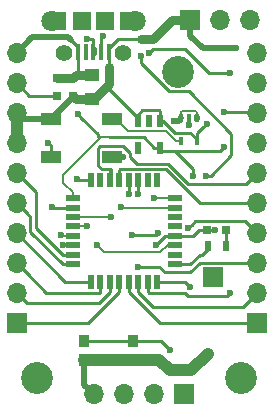
<source format=gbr>
G04 #@! TF.FileFunction,Copper,L1,Top,Signal*
%FSLAX46Y46*%
G04 Gerber Fmt 4.6, Leading zero omitted, Abs format (unit mm)*
G04 Created by KiCad (PCBNEW 4.0.7-e2-6376~61~ubuntu18.04.1) date Sun Jul  8 15:07:32 2018*
%MOMM*%
%LPD*%
G01*
G04 APERTURE LIST*
%ADD10C,0.100000*%
%ADD11R,1.651000X0.998220*%
%ADD12R,0.800000X0.800000*%
%ADD13R,0.450000X1.350000*%
%ADD14C,1.408000*%
%ADD15C,1.800000*%
%ADD16R,1.500000X1.550000*%
%ADD17R,0.558800X1.270000*%
%ADD18R,1.270000X0.558800*%
%ADD19R,0.600000X1.140000*%
%ADD20C,2.700000*%
%ADD21R,0.750000X0.800000*%
%ADD22R,1.250000X1.000000*%
%ADD23R,1.700000X1.700000*%
%ADD24O,1.700000X1.700000*%
%ADD25R,0.500000X0.900000*%
%ADD26R,0.400000X0.650000*%
%ADD27R,0.899160X0.998220*%
%ADD28C,0.600000*%
%ADD29C,1.000000*%
%ADD30C,0.250000*%
%ADD31C,0.200000*%
%ADD32C,0.750000*%
%ADD33C,1.000000*%
%ADD34C,0.500000*%
G04 APERTURE END LIST*
D10*
D11*
X110424440Y-137600000D03*
X110424440Y-140795320D03*
X115575560Y-140795320D03*
X115575560Y-137600000D03*
D12*
X125200000Y-147000000D03*
X123600000Y-147000000D03*
D13*
X115300000Y-131975000D03*
X114650000Y-131975000D03*
X114000000Y-131975000D03*
X113350000Y-131975000D03*
X112700000Y-131975000D03*
D14*
X116500000Y-132000000D03*
X111500000Y-132000000D03*
D15*
X117500000Y-129300000D03*
X110500000Y-129300000D03*
D16*
X115000000Y-129300000D03*
X113000000Y-129300000D03*
X117050000Y-129300000D03*
X110950000Y-129300000D03*
D17*
X119400300Y-142808620D03*
X118600200Y-142808620D03*
X117800100Y-142808620D03*
X117000000Y-142808620D03*
X116202440Y-142808620D03*
X115402340Y-142808620D03*
X114602240Y-142808620D03*
X113802140Y-142808620D03*
D18*
X112308620Y-144302140D03*
X112308620Y-145102240D03*
X112308620Y-145902340D03*
X112308620Y-146702440D03*
X112308620Y-147500000D03*
X112308620Y-148300100D03*
X112308620Y-149100200D03*
X112308620Y-149900300D03*
D17*
X113802140Y-151393820D03*
X114602240Y-151393820D03*
X115402340Y-151393820D03*
X116202440Y-151393820D03*
X117000000Y-151393820D03*
X117800100Y-151393820D03*
X118600200Y-151393820D03*
X119400300Y-151393820D03*
D18*
X120893820Y-149900300D03*
X120893820Y-149100200D03*
X120893820Y-148300100D03*
X120893820Y-147500000D03*
X120893820Y-146702440D03*
X120893820Y-145902340D03*
X120893820Y-145102240D03*
X120893820Y-144302140D03*
D19*
X119650000Y-137760000D03*
X118700000Y-137760000D03*
X117750000Y-137760000D03*
X117750000Y-140040000D03*
X119650000Y-140040000D03*
D20*
X109200000Y-159500000D03*
X126500000Y-159500000D03*
X121200000Y-133600000D03*
D21*
X110900000Y-134150000D03*
X110900000Y-135650000D03*
X112300000Y-134150000D03*
X112300000Y-135650000D03*
D22*
X113900000Y-135900000D03*
X113900000Y-133900000D03*
D23*
X107500000Y-154900000D03*
D24*
X107500000Y-152360000D03*
X107500000Y-149820000D03*
X107500000Y-147280000D03*
X107500000Y-144740000D03*
X107500000Y-142200000D03*
X107500000Y-139660000D03*
X107500000Y-137120000D03*
X107500000Y-134580000D03*
X107500000Y-132040000D03*
D23*
X127820000Y-154900000D03*
D24*
X127820000Y-152360000D03*
X127820000Y-149820000D03*
X127820000Y-147280000D03*
X127820000Y-144740000D03*
X127820000Y-142200000D03*
X127820000Y-139660000D03*
X127820000Y-137120000D03*
X127820000Y-134580000D03*
X127820000Y-132040000D03*
D23*
X122220000Y-129200000D03*
D24*
X124760000Y-129200000D03*
X127300000Y-129200000D03*
D23*
X121680000Y-160900000D03*
D24*
X119140000Y-160900000D03*
X116600000Y-160900000D03*
X114060000Y-160900000D03*
D23*
X124100000Y-151000000D03*
D25*
X125200000Y-148400000D03*
X123700000Y-148400000D03*
D26*
X122750000Y-137550000D03*
X121450000Y-137550000D03*
X122100000Y-137550000D03*
X121450000Y-139450000D03*
X122750000Y-139450000D03*
D27*
X113250220Y-157997560D03*
X117349780Y-157997560D03*
X117349780Y-156402440D03*
X113250220Y-156402440D03*
D28*
X125047835Y-140000000D03*
X125059481Y-136976997D03*
X112698198Y-137219318D03*
X122442903Y-142473629D03*
X110900000Y-135650000D03*
X120893820Y-145902340D03*
X116500000Y-140800000D03*
X120824274Y-137765965D03*
X124273021Y-147000000D03*
X120500000Y-158900000D03*
X123700000Y-157500000D03*
X110500000Y-145100000D03*
X122799002Y-137550000D03*
X118700000Y-137760000D03*
X119300000Y-148300000D03*
D29*
X113900000Y-133900000D03*
D28*
X123583645Y-138001126D03*
X126100000Y-131600000D03*
X110200000Y-139600000D03*
X118732268Y-131980308D03*
X125600000Y-152300000D03*
X114800000Y-130600000D03*
X125600000Y-133700000D03*
X113500000Y-130800000D03*
X118000000Y-132300000D03*
X123500000Y-142400000D03*
X122200000Y-151800000D03*
X119100000Y-144300000D03*
X116375990Y-145100000D03*
X122085633Y-138144839D03*
X112600000Y-142700000D03*
X115500000Y-145900000D03*
X113500000Y-146700000D03*
X111291520Y-147457063D03*
X111446754Y-148240850D03*
X114300000Y-148300000D03*
X117800000Y-150100000D03*
X117800000Y-144000000D03*
X122027832Y-146875990D03*
X119470028Y-147247488D03*
X117300000Y-147400000D03*
X117000000Y-144000000D03*
X120893820Y-149100200D03*
X120500000Y-157200000D03*
D30*
X115337069Y-139170999D02*
X115362069Y-139145999D01*
X115362069Y-139145999D02*
X118255999Y-139145999D01*
X118255999Y-139145999D02*
X119150000Y-140040000D01*
X125483745Y-136976997D02*
X125059481Y-136976997D01*
X119650000Y-140310000D02*
X124737835Y-140310000D01*
X124747836Y-140299999D02*
X125047835Y-140000000D01*
X124737835Y-140310000D02*
X124747836Y-140299999D01*
X127676997Y-136976997D02*
X125483745Y-136976997D01*
X127800000Y-137100000D02*
X127676997Y-136976997D01*
X112998197Y-137519317D02*
X112698198Y-137219318D01*
X114395999Y-138917119D02*
X112998197Y-137519317D01*
X114395999Y-139170999D02*
X114395999Y-138917119D01*
D31*
X112308620Y-143822740D02*
X112308620Y-144302140D01*
X111473620Y-142987740D02*
X112308620Y-143822740D01*
X111473620Y-142389806D02*
X111473620Y-142987740D01*
X114692427Y-139170999D02*
X111473620Y-142389806D01*
X115337069Y-139170999D02*
X114692427Y-139170999D01*
D30*
X119650000Y-140040000D02*
X119650000Y-140310000D01*
X122442903Y-141860419D02*
X122442903Y-142473629D01*
X119650000Y-140310000D02*
X120892484Y-140310000D01*
X120892484Y-140310000D02*
X122442903Y-141860419D01*
X110900000Y-135650000D02*
X108570000Y-135650000D01*
X108570000Y-135650000D02*
X107500000Y-134580000D01*
X110900000Y-135675000D02*
X110900000Y-135650000D01*
D31*
X115337069Y-139170999D02*
X114395999Y-139170999D01*
D30*
X119650000Y-140040000D02*
X119150000Y-140040000D01*
D31*
X127800000Y-137100000D02*
X127820000Y-137120000D01*
D32*
X107780000Y-134860000D02*
X107500000Y-134580000D01*
D30*
X115575560Y-140795320D02*
X116495320Y-140795320D01*
X116495320Y-140795320D02*
X116500000Y-140800000D01*
D33*
X113250220Y-157997560D02*
X113949800Y-157997560D01*
X113949800Y-157997560D02*
X117349780Y-157997560D01*
D30*
X123600000Y-147000000D02*
X122950000Y-147000000D01*
X122950000Y-147000000D02*
X122450000Y-147500000D01*
X122450000Y-147500000D02*
X121778820Y-147500000D01*
X121778820Y-147500000D02*
X120893820Y-147500000D01*
D34*
X121450000Y-137550000D02*
X121450000Y-137564503D01*
X121450000Y-137564503D02*
X121248538Y-137765965D01*
X121248538Y-137765965D02*
X120824274Y-137765965D01*
D30*
X123600000Y-147000000D02*
X124273021Y-147000000D01*
D31*
X122750000Y-137025000D02*
X122750000Y-137550000D01*
X122650999Y-136925999D02*
X122750000Y-137025000D01*
X121549001Y-136925999D02*
X122650999Y-136925999D01*
X121450000Y-137025000D02*
X121549001Y-136925999D01*
X121450000Y-137550000D02*
X121450000Y-137025000D01*
D34*
X113250220Y-157997560D02*
X113250220Y-160090220D01*
X113250220Y-160090220D02*
X114060000Y-160900000D01*
D33*
X120500000Y-158900000D02*
X122300000Y-158900000D01*
X119597560Y-157997560D02*
X120500000Y-158900000D01*
X117349780Y-157997560D02*
X119597560Y-157997560D01*
X122300000Y-158900000D02*
X123700000Y-157500000D01*
D30*
X112308620Y-145102240D02*
X110502240Y-145102240D01*
X110502240Y-145102240D02*
X110500000Y-145100000D01*
D34*
X122750000Y-137550000D02*
X122799002Y-137550000D01*
X108840000Y-130700000D02*
X111875000Y-130700000D01*
X111875000Y-130700000D02*
X112075000Y-130900000D01*
X107500000Y-132040000D02*
X108840000Y-130700000D01*
D30*
X112700000Y-131975000D02*
X112700000Y-131525000D01*
X112700000Y-131525000D02*
X112075000Y-130900000D01*
X120893820Y-147500000D02*
X120100000Y-147500000D01*
X120100000Y-147500000D02*
X119300000Y-148300000D01*
D32*
X112300000Y-134150000D02*
X110900000Y-134150000D01*
X113900000Y-133900000D02*
X112550000Y-133900000D01*
X112550000Y-133900000D02*
X112300000Y-134150000D01*
D30*
X112700000Y-131975000D02*
X112700000Y-133750000D01*
X112700000Y-133750000D02*
X112300000Y-134150000D01*
X107710000Y-132250000D02*
X107500000Y-132040000D01*
D33*
X107500000Y-137120000D02*
X107500000Y-139660000D01*
D30*
X119894785Y-137760000D02*
X119650000Y-137760000D01*
X122750000Y-139450000D02*
X122750000Y-138834771D01*
X123283646Y-138301125D02*
X123583645Y-138001126D01*
X122193840Y-138768840D02*
X120903625Y-138768840D01*
X122750000Y-138834771D02*
X123283646Y-138301125D01*
X120903625Y-138768840D02*
X119894785Y-137760000D01*
X122750000Y-139450000D02*
X122750000Y-139325000D01*
X122750000Y-139325000D02*
X122193840Y-138768840D01*
X115300000Y-131975000D02*
X115300000Y-131623522D01*
X116123522Y-130800000D02*
X118000000Y-130800000D01*
X115300000Y-131623522D02*
X116123522Y-130800000D01*
D34*
X122220000Y-129200000D02*
X122220000Y-130550000D01*
X122220000Y-130550000D02*
X123270000Y-131600000D01*
X123270000Y-131600000D02*
X126100000Y-131600000D01*
X110424440Y-137600000D02*
X107980000Y-137600000D01*
X107980000Y-137600000D02*
X107500000Y-137120000D01*
X112300000Y-135650000D02*
X112300000Y-135724440D01*
X112300000Y-135724440D02*
X110424440Y-137600000D01*
D30*
X117750000Y-137760000D02*
X117750000Y-137256798D01*
X117750000Y-137256798D02*
X118140799Y-136865999D01*
X118140799Y-136865999D02*
X119575999Y-136865999D01*
X119575999Y-136865999D02*
X119650000Y-136940000D01*
X119650000Y-136940000D02*
X119650000Y-137760000D01*
X115300000Y-134625000D02*
X115300000Y-135040000D01*
X115300000Y-135040000D02*
X117750000Y-137490000D01*
X117750000Y-137490000D02*
X117750000Y-137760000D01*
D32*
X122220000Y-129200000D02*
X120620000Y-129200000D01*
D30*
X118000000Y-130800000D02*
X118400000Y-130800000D01*
D32*
X120620000Y-129200000D02*
X119020000Y-130800000D01*
X119020000Y-130800000D02*
X118000000Y-130800000D01*
X113900000Y-135900000D02*
X112550000Y-135900000D01*
X112550000Y-135900000D02*
X112300000Y-135650000D01*
X115300000Y-133200000D02*
X115300000Y-134625000D01*
X115300000Y-134625000D02*
X114025000Y-135900000D01*
X114025000Y-135900000D02*
X113900000Y-135900000D01*
D30*
X115300000Y-131975000D02*
X115300000Y-133200000D01*
X110424440Y-140795320D02*
X110424440Y-139824440D01*
X110424440Y-139824440D02*
X110200000Y-139600000D01*
D31*
X120985143Y-139450000D02*
X120164144Y-138629001D01*
X121450000Y-139450000D02*
X120985143Y-139450000D01*
X120164144Y-138629001D02*
X116930951Y-138629001D01*
X115901950Y-137600000D02*
X115575560Y-137600000D01*
X116930951Y-138629001D02*
X115901950Y-137600000D01*
D30*
X125200000Y-148400000D02*
X125200000Y-147000000D01*
X119032267Y-131680309D02*
X118732268Y-131980308D01*
X121757831Y-131680309D02*
X119032267Y-131680309D01*
X125600000Y-133700000D02*
X123777522Y-133700000D01*
X123777522Y-133700000D02*
X121757831Y-131680309D01*
X121729297Y-152352821D02*
X121976475Y-152599999D01*
X118600200Y-152278820D02*
X118674201Y-152352821D01*
X118600200Y-151393820D02*
X118600200Y-152278820D01*
X118674201Y-152352821D02*
X121729297Y-152352821D01*
X125300001Y-152599999D02*
X125600000Y-152300000D01*
X121976475Y-152599999D02*
X125300001Y-152599999D01*
X114800000Y-130600000D02*
X114650000Y-130750000D01*
X114650000Y-130750000D02*
X114650000Y-131975000D01*
X113500000Y-130800000D02*
X113924264Y-130800000D01*
X113924264Y-130800000D02*
X114000000Y-130875736D01*
X114000000Y-130875736D02*
X114000000Y-131050000D01*
X114000000Y-131050000D02*
X114000000Y-131975000D01*
X125671836Y-138871836D02*
X122074001Y-135274001D01*
X122074001Y-135274001D02*
X120396479Y-135274001D01*
X120396479Y-135274001D02*
X118000000Y-132877522D01*
X118000000Y-132877522D02*
X118000000Y-132300000D01*
X125671836Y-140652428D02*
X125671836Y-138871836D01*
X123500000Y-142400000D02*
X123924264Y-142400000D01*
X123924264Y-142400000D02*
X125671836Y-140652428D01*
X121793820Y-151393820D02*
X122200000Y-151800000D01*
X119400300Y-151393820D02*
X121793820Y-151393820D01*
X114100000Y-132075000D02*
X114100000Y-131600000D01*
D31*
X119102140Y-144302140D02*
X119100000Y-144300000D01*
X120893820Y-144302140D02*
X119102140Y-144302140D01*
X120893820Y-145102240D02*
X116378230Y-145102240D01*
X116378230Y-145102240D02*
X116375990Y-145100000D01*
D30*
X122100000Y-138130472D02*
X122085633Y-138144839D01*
X122100000Y-137550000D02*
X122100000Y-138130472D01*
X113802140Y-142808620D02*
X112708620Y-142808620D01*
X112708620Y-142808620D02*
X112600000Y-142700000D01*
X123700000Y-148600000D02*
X123700000Y-148400000D01*
X123200000Y-149100000D02*
X123700000Y-148600000D01*
X123000000Y-149100000D02*
X123200000Y-149100000D01*
X122199700Y-149900300D02*
X123000000Y-149100000D01*
X120893820Y-149900300D02*
X122199700Y-149900300D01*
D31*
X112308620Y-145902340D02*
X115497660Y-145902340D01*
X115497660Y-145902340D02*
X115500000Y-145900000D01*
X112308620Y-146702440D02*
X113497560Y-146702440D01*
X113497560Y-146702440D02*
X113500000Y-146700000D01*
X111334457Y-147500000D02*
X111291520Y-147457063D01*
X112308620Y-147500000D02*
X111334457Y-147500000D01*
X111446754Y-148273234D02*
X111446754Y-148240850D01*
X112308620Y-148300100D02*
X111473620Y-148300100D01*
X111473620Y-148300100D02*
X111446754Y-148273234D01*
X114899002Y-148899002D02*
X119687522Y-148899002D01*
X120286424Y-148300100D02*
X120893820Y-148300100D01*
X119687522Y-148899002D02*
X120286424Y-148300100D01*
X114300000Y-148300000D02*
X114899002Y-148899002D01*
D30*
X116202440Y-151393820D02*
X116202440Y-152278820D01*
X116202440Y-152278820D02*
X113581260Y-154900000D01*
X113581260Y-154900000D02*
X108600000Y-154900000D01*
X108600000Y-154900000D02*
X107500000Y-154900000D01*
X115402340Y-151393820D02*
X115402340Y-152278820D01*
X115402340Y-152278820D02*
X114471161Y-153209999D01*
X114471161Y-153209999D02*
X108349999Y-153209999D01*
X108349999Y-153209999D02*
X107500000Y-152360000D01*
X108349999Y-150669999D02*
X107500000Y-149820000D01*
X110032821Y-152352821D02*
X108349999Y-150669999D01*
X114602240Y-152278820D02*
X114528239Y-152352821D01*
X114528239Y-152352821D02*
X110032821Y-152352821D01*
X114602240Y-151393820D02*
X114602240Y-152278820D01*
X113802140Y-151393820D02*
X111613820Y-151393820D01*
X111613820Y-151393820D02*
X107500000Y-147280000D01*
X112308620Y-149900300D02*
X111423620Y-149900300D01*
X108674001Y-147150681D02*
X108674001Y-145914001D01*
X108674001Y-145914001D02*
X108349999Y-145589999D01*
X108349999Y-145589999D02*
X107500000Y-144740000D01*
X111423620Y-149900300D02*
X108674001Y-147150681D01*
X108349999Y-143049999D02*
X107500000Y-142200000D01*
X109123012Y-143823012D02*
X108349999Y-143049999D01*
X109123012Y-146799592D02*
X109123012Y-143823012D01*
X111423620Y-149100200D02*
X109123012Y-146799592D01*
X112308620Y-149100200D02*
X111423620Y-149100200D01*
X117000000Y-151393820D02*
X117000000Y-152278820D01*
X126720000Y-154900000D02*
X127820000Y-154900000D01*
X117000000Y-152278820D02*
X119621180Y-154900000D01*
X119621180Y-154900000D02*
X126720000Y-154900000D01*
X119021280Y-153500000D02*
X126680000Y-153500000D01*
X126680000Y-153500000D02*
X127820000Y-152360000D01*
X117800100Y-151393820D02*
X117800100Y-152278820D01*
X117800100Y-152278820D02*
X119021280Y-153500000D01*
D31*
X127556480Y-151756480D02*
X128100000Y-152300000D01*
D30*
X120095918Y-150600000D02*
X122216798Y-150600000D01*
X122996798Y-149820000D02*
X126617919Y-149820000D01*
X126617919Y-149820000D02*
X127820000Y-149820000D01*
X117800000Y-150100000D02*
X119595918Y-150100000D01*
X119595918Y-150100000D02*
X120095918Y-150600000D01*
X122216798Y-150600000D02*
X122996798Y-149820000D01*
X117800100Y-142808620D02*
X117800100Y-143999900D01*
X117800100Y-143999900D02*
X117800000Y-144000000D01*
X122627823Y-146275999D02*
X122327831Y-146575991D01*
X126815999Y-146275999D02*
X122627823Y-146275999D01*
X127820000Y-147280000D02*
X126815999Y-146275999D01*
X122327831Y-146575991D02*
X122027832Y-146875990D01*
X117300000Y-147400000D02*
X119317516Y-147400000D01*
X119317516Y-147400000D02*
X119470028Y-147247488D01*
X117000000Y-142808620D02*
X117000000Y-144000000D01*
X120149619Y-141849619D02*
X123040000Y-144740000D01*
X123040000Y-144740000D02*
X127820000Y-144740000D01*
X116202440Y-142808620D02*
X116202440Y-141923620D01*
X116202440Y-141923620D02*
X116276441Y-141849619D01*
X116276441Y-141849619D02*
X120149619Y-141849619D01*
X126970001Y-143049999D02*
X127820000Y-142200000D01*
X114722047Y-141849619D02*
X114426059Y-141553631D01*
X126922370Y-143097630D02*
X126970001Y-143049999D01*
X120335605Y-141400608D02*
X122032626Y-143097630D01*
X117735604Y-141400608D02*
X120335605Y-141400608D01*
X117124002Y-140789006D02*
X117735604Y-141400608D01*
X117124002Y-140500478D02*
X117124002Y-140789006D01*
X116499522Y-139875998D02*
X117124002Y-140500478D01*
X114587070Y-139875998D02*
X116499522Y-139875998D01*
X114426059Y-140037009D02*
X114587070Y-139875998D01*
X122032626Y-143097630D02*
X126922370Y-143097630D01*
X114426059Y-141553631D02*
X114426059Y-140037009D01*
X115476341Y-141849619D02*
X114722047Y-141849619D01*
X115402340Y-141923620D02*
X115476341Y-141849619D01*
X115402340Y-142808620D02*
X115402340Y-141923620D01*
X115476341Y-141849619D02*
X115402340Y-142808620D01*
X117349780Y-156402440D02*
X116650200Y-156402440D01*
X116650200Y-156402440D02*
X113250220Y-156402440D01*
X117349780Y-156402440D02*
X119702440Y-156402440D01*
X119702440Y-156402440D02*
X120500000Y-157200000D01*
M02*

</source>
